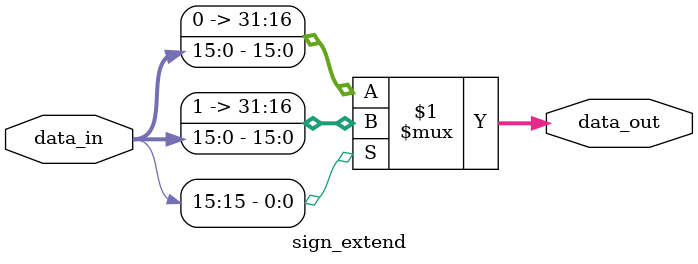
<source format=v>
module sign_extend (
    input  wire [15:0] data_in,
    output wire [31:0] data_out
);

    // Sign extend 16-bit to 32-bit
    // If MSB is 1, extend with 1s; otherwise extend with 0s
    assign data_out = (data_in[15]) ? {{16{1'b1}}, data_in} : {{16{1'b0}}, data_in};

endmodule
</source>
